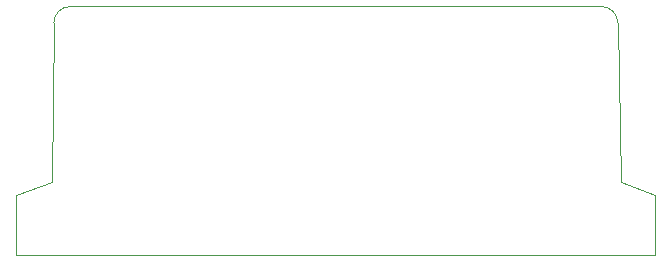
<source format=gbr>
G04 #@! TF.GenerationSoftware,KiCad,Pcbnew,(5.1.9-0-10_14)*
G04 #@! TF.CreationDate,2021-07-10T16:26:02+02:00*
G04 #@! TF.ProjectId,jack-power,6a61636b-2d70-46f7-9765-722e6b696361,rev?*
G04 #@! TF.SameCoordinates,Original*
G04 #@! TF.FileFunction,Profile,NP*
%FSLAX46Y46*%
G04 Gerber Fmt 4.6, Leading zero omitted, Abs format (unit mm)*
G04 Created by KiCad (PCBNEW (5.1.9-0-10_14)) date 2021-07-10 16:26:02*
%MOMM*%
%LPD*%
G01*
G04 APERTURE LIST*
G04 #@! TA.AperFunction,Profile*
%ADD10C,0.050000*%
G04 #@! TD*
G04 APERTURE END LIST*
D10*
X130175000Y-76581000D02*
X130175000Y-81661000D01*
X127254000Y-75438000D02*
X130175000Y-76581000D01*
X76073000Y-76581000D02*
X76073000Y-81661000D01*
X79121000Y-75438000D02*
X76073000Y-76581000D01*
X130175000Y-81661000D02*
X76073000Y-81661000D01*
X79121000Y-75438000D02*
X79248000Y-61976000D01*
X127000000Y-61976000D02*
X127254000Y-75438000D01*
X80645000Y-60579000D02*
X125603000Y-60579000D01*
X79248000Y-61976000D02*
G75*
G02*
X80645000Y-60579000I1397000J0D01*
G01*
X125603000Y-60579000D02*
G75*
G02*
X127000000Y-61976000I0J-1397000D01*
G01*
M02*

</source>
